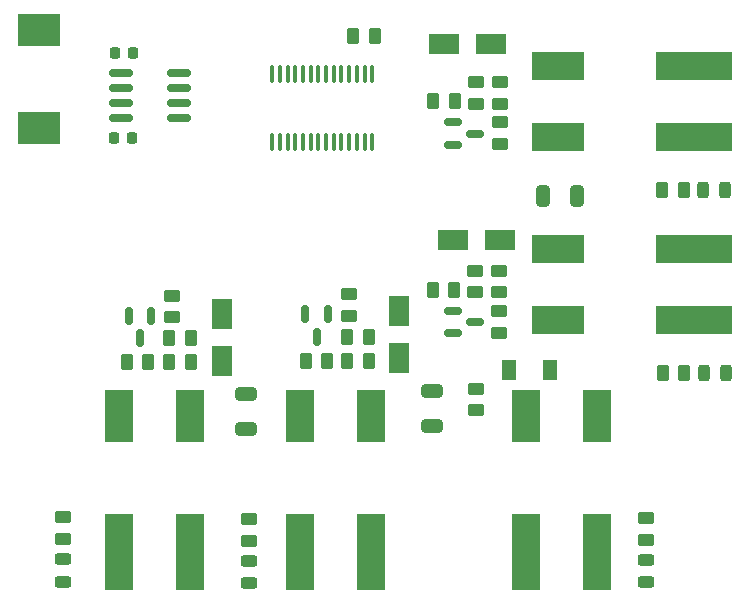
<source format=gtp>
G04 #@! TF.GenerationSoftware,KiCad,Pcbnew,6.0.7+dfsg-1+b1*
G04 #@! TF.CreationDate,2022-09-08T18:59:39+01:00*
G04 #@! TF.ProjectId,owl-driver-board,6f776c2d-6472-4697-9665-722d626f6172,rev?*
G04 #@! TF.SameCoordinates,Original*
G04 #@! TF.FileFunction,Paste,Top*
G04 #@! TF.FilePolarity,Positive*
%FSLAX46Y46*%
G04 Gerber Fmt 4.6, Leading zero omitted, Abs format (unit mm)*
G04 Created by KiCad (PCBNEW 6.0.7+dfsg-1+b1) date 2022-09-08 18:59:39*
%MOMM*%
%LPD*%
G01*
G04 APERTURE LIST*
G04 Aperture macros list*
%AMRoundRect*
0 Rectangle with rounded corners*
0 $1 Rounding radius*
0 $2 $3 $4 $5 $6 $7 $8 $9 X,Y pos of 4 corners*
0 Add a 4 corners polygon primitive as box body*
4,1,4,$2,$3,$4,$5,$6,$7,$8,$9,$2,$3,0*
0 Add four circle primitives for the rounded corners*
1,1,$1+$1,$2,$3*
1,1,$1+$1,$4,$5*
1,1,$1+$1,$6,$7*
1,1,$1+$1,$8,$9*
0 Add four rect primitives between the rounded corners*
20,1,$1+$1,$2,$3,$4,$5,0*
20,1,$1+$1,$4,$5,$6,$7,0*
20,1,$1+$1,$6,$7,$8,$9,0*
20,1,$1+$1,$8,$9,$2,$3,0*%
G04 Aperture macros list end*
%ADD10R,2.500000X1.800000*%
%ADD11RoundRect,0.250000X0.450000X-0.262500X0.450000X0.262500X-0.450000X0.262500X-0.450000X-0.262500X0*%
%ADD12RoundRect,0.243750X0.456250X-0.243750X0.456250X0.243750X-0.456250X0.243750X-0.456250X-0.243750X0*%
%ADD13R,6.502400X2.387600*%
%ADD14R,4.495800X2.387600*%
%ADD15RoundRect,0.250000X0.262500X0.450000X-0.262500X0.450000X-0.262500X-0.450000X0.262500X-0.450000X0*%
%ADD16RoundRect,0.225000X-0.225000X-0.250000X0.225000X-0.250000X0.225000X0.250000X-0.225000X0.250000X0*%
%ADD17R,3.600000X2.700000*%
%ADD18R,2.387600X6.502400*%
%ADD19R,2.387600X4.495800*%
%ADD20RoundRect,0.250000X-0.450000X0.262500X-0.450000X-0.262500X0.450000X-0.262500X0.450000X0.262500X0*%
%ADD21RoundRect,0.243750X0.243750X0.456250X-0.243750X0.456250X-0.243750X-0.456250X0.243750X-0.456250X0*%
%ADD22RoundRect,0.150000X-0.150000X0.587500X-0.150000X-0.587500X0.150000X-0.587500X0.150000X0.587500X0*%
%ADD23RoundRect,0.250000X-0.325000X-0.650000X0.325000X-0.650000X0.325000X0.650000X-0.325000X0.650000X0*%
%ADD24RoundRect,0.150000X-0.825000X-0.150000X0.825000X-0.150000X0.825000X0.150000X-0.825000X0.150000X0*%
%ADD25RoundRect,0.250000X-0.262500X-0.450000X0.262500X-0.450000X0.262500X0.450000X-0.262500X0.450000X0*%
%ADD26R,1.300000X1.700000*%
%ADD27RoundRect,0.150000X-0.587500X-0.150000X0.587500X-0.150000X0.587500X0.150000X-0.587500X0.150000X0*%
%ADD28RoundRect,0.250000X-0.650000X0.325000X-0.650000X-0.325000X0.650000X-0.325000X0.650000X0.325000X0*%
%ADD29R,1.800000X2.500000*%
%ADD30RoundRect,0.100000X0.100000X-0.637500X0.100000X0.637500X-0.100000X0.637500X-0.100000X-0.637500X0*%
G04 APERTURE END LIST*
D10*
X40250000Y-9950000D03*
X44250000Y-9950000D03*
D11*
X57400000Y-51912500D03*
X57400000Y-50087500D03*
D12*
X8000000Y-55437500D03*
X8000000Y-53562500D03*
X57400000Y-55491815D03*
X57400000Y-53616815D03*
D13*
X61443448Y-33300002D03*
X61443448Y-27299998D03*
D14*
X49943450Y-33300002D03*
X49943450Y-27299998D03*
D15*
X33912500Y-34750000D03*
X32087500Y-34750000D03*
D16*
X12325000Y-17900000D03*
X13875000Y-17900000D03*
D17*
X6000000Y-17050000D03*
X6000000Y-8750000D03*
D18*
X47199998Y-52943448D03*
X53200002Y-52943448D03*
D19*
X47199998Y-41443450D03*
X53200002Y-41443450D03*
D18*
X12799998Y-52893448D03*
X18800002Y-52893448D03*
D19*
X12799998Y-41393450D03*
X18800002Y-41393450D03*
D15*
X41212500Y-14750000D03*
X39387500Y-14750000D03*
D20*
X42925000Y-29112500D03*
X42925000Y-30937500D03*
D11*
X17225000Y-33037500D03*
X17225000Y-31212500D03*
D21*
X64137500Y-37750000D03*
X62262500Y-37750000D03*
D22*
X15475000Y-32937500D03*
X13575000Y-32937500D03*
X14525000Y-34812500D03*
D13*
X61443448Y-17750002D03*
X61443448Y-11749998D03*
D14*
X49943450Y-17750002D03*
X49943450Y-11749998D03*
D12*
X23750000Y-55587500D03*
X23750000Y-53712500D03*
D22*
X30450000Y-32812500D03*
X28550000Y-32812500D03*
X29500000Y-34687500D03*
D15*
X41137500Y-30750000D03*
X39312500Y-30750000D03*
X60562500Y-22250000D03*
X58737500Y-22250000D03*
D23*
X48625000Y-22750000D03*
X51575000Y-22750000D03*
D24*
X12925000Y-12395000D03*
X12925000Y-13665000D03*
X12925000Y-14935000D03*
X12925000Y-16205000D03*
X17875000Y-16205000D03*
X17875000Y-14935000D03*
X17875000Y-13665000D03*
X17875000Y-12395000D03*
D25*
X32087500Y-36750000D03*
X33912500Y-36750000D03*
D11*
X32250000Y-32912500D03*
X32250000Y-31087500D03*
D21*
X64087500Y-22250000D03*
X62212500Y-22250000D03*
D26*
X49250000Y-37500000D03*
X45750000Y-37500000D03*
D27*
X41062500Y-16550000D03*
X41062500Y-18450000D03*
X42937500Y-17500000D03*
D16*
X12425000Y-10700000D03*
X13975000Y-10700000D03*
D28*
X39250000Y-39275000D03*
X39250000Y-42225000D03*
D10*
X41000000Y-26500000D03*
X45000000Y-26500000D03*
D29*
X36500000Y-32500000D03*
X36500000Y-36500000D03*
D27*
X41012500Y-32500000D03*
X41012500Y-34400000D03*
X42887500Y-33450000D03*
D11*
X23750000Y-51962500D03*
X23750000Y-50137500D03*
X45000000Y-14962500D03*
X45000000Y-13137500D03*
D15*
X18862500Y-34850000D03*
X17037500Y-34850000D03*
D25*
X28587500Y-36750000D03*
X30412500Y-36750000D03*
D11*
X8000000Y-51812500D03*
X8000000Y-49987500D03*
X44900000Y-34362500D03*
X44900000Y-32537500D03*
X45000000Y-18387500D03*
X45000000Y-16562500D03*
D15*
X60612500Y-37750000D03*
X58787500Y-37750000D03*
D28*
X23500000Y-39525000D03*
X23500000Y-42475000D03*
D30*
X25750000Y-18187500D03*
X26400000Y-18187500D03*
X27050000Y-18187500D03*
X27700000Y-18187500D03*
X28350000Y-18187500D03*
X29000000Y-18187500D03*
X29650000Y-18187500D03*
X30300000Y-18187500D03*
X30950000Y-18187500D03*
X31600000Y-18187500D03*
X32250000Y-18187500D03*
X32900000Y-18187500D03*
X33550000Y-18187500D03*
X34200000Y-18187500D03*
X34200000Y-12462500D03*
X33550000Y-12462500D03*
X32900000Y-12462500D03*
X32250000Y-12462500D03*
X31600000Y-12462500D03*
X30950000Y-12462500D03*
X30300000Y-12462500D03*
X29650000Y-12462500D03*
X29000000Y-12462500D03*
X28350000Y-12462500D03*
X27700000Y-12462500D03*
X27050000Y-12462500D03*
X26400000Y-12462500D03*
X25750000Y-12462500D03*
D20*
X43025000Y-13137500D03*
X43025000Y-14962500D03*
D18*
X28124998Y-52893448D03*
X34125002Y-52893448D03*
D19*
X28124998Y-41393450D03*
X34125002Y-41393450D03*
D25*
X13424472Y-36845799D03*
X15249472Y-36845799D03*
D15*
X34412500Y-9250000D03*
X32587500Y-9250000D03*
D29*
X21500000Y-32750000D03*
X21500000Y-36750000D03*
D11*
X43000000Y-40912500D03*
X43000000Y-39087500D03*
D25*
X17037500Y-36850000D03*
X18862500Y-36850000D03*
D11*
X44900000Y-30937500D03*
X44900000Y-29112500D03*
M02*

</source>
